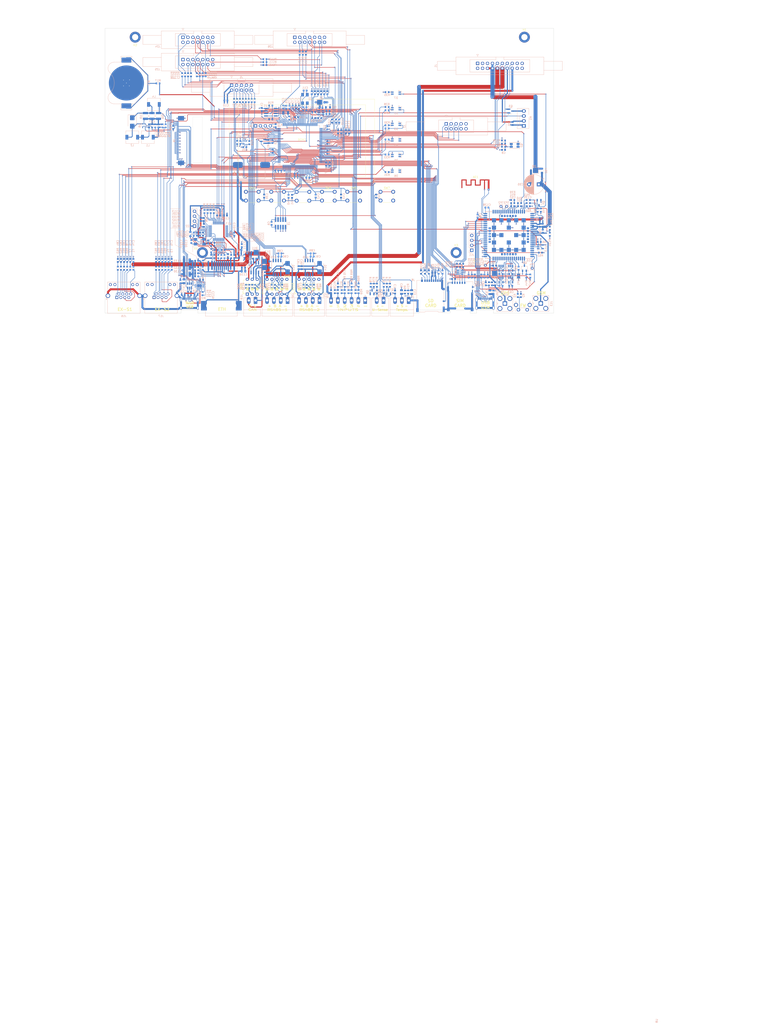
<source format=kicad_pcb>
(kicad_pcb
	(version 20240108)
	(generator "pcbnew")
	(generator_version "8.0")
	(general
		(thickness 1.6)
		(legacy_teardrops no)
	)
	(paper "A3")
	(layers
		(0 "F.Cu" signal)
		(1 "In1.Cu" signal)
		(2 "In2.Cu" signal)
		(31 "B.Cu" signal)
		(32 "B.Adhes" user "B.Adhesive")
		(33 "F.Adhes" user "F.Adhesive")
		(34 "B.Paste" user)
		(35 "F.Paste" user)
		(36 "B.SilkS" user "B.Silkscreen")
		(37 "F.SilkS" user "F.Silkscreen")
		(38 "B.Mask" user)
		(39 "F.Mask" user)
		(40 "Dwgs.User" user "User.Drawings")
		(41 "Cmts.User" user "User.Comments")
		(42 "Eco1.User" user "User.Eco1")
		(43 "Eco2.User" user "User.Eco2")
		(44 "Edge.Cuts" user)
		(45 "Margin" user)
		(46 "B.CrtYd" user "B.Courtyard")
		(47 "F.CrtYd" user "F.Courtyard")
		(48 "B.Fab" user)
		(49 "F.Fab" user)
		(50 "User.1" user "Gehäuse Ausschnitte")
		(51 "User.2" user)
		(52 "User.3" user)
		(53 "User.4" user)
		(54 "User.5" user)
		(55 "User.6" user)
		(56 "User.7" user)
		(57 "User.8" user)
		(58 "User.9" user)
	)
	(setup
		(stackup
			(layer "F.SilkS"
				(type "Top Silk Screen")
				(color "White")
			)
			(layer "F.Paste"
				(type "Top Solder Paste")
			)
			(layer "F.Mask"
				(type "Top Solder Mask")
				(color "Green")
				(thickness 0.01)
			)
			(layer "F.Cu"
				(type "copper")
				(thickness 0.035)
			)
			(layer "dielectric 1"
				(type "prepreg")
				(color "FR4 natural")
				(thickness 0.1)
				(material "FR4")
				(epsilon_r 4.5)
				(loss_tangent 0.02)
			)
			(layer "In1.Cu"
				(type "copper")
				(thickness 0.035)
			)
			(layer "dielectric 2"
				(type "core")
				(color "FR4 natural")
				(thickness 1.24)
				(material "FR4")
				(epsilon_r 4.5)
				(loss_tangent 0.02)
			)
			(layer "In2.Cu"
				(type "copper")
				(thickness 0.035)
			)
			(layer "dielectric 3"
				(type "prepreg")
				(color "FR4 natural")
				(thickness 0.1)
				(material "FR4")
				(epsilon_r 4.5)
				(loss_tangent 0.02)
			)
			(layer "B.Cu"
				(type "copper")
				(thickness 0.035)
			)
			(layer "B.Mask"
				(type "Bottom Solder Mask")
				(color "Green")
				(thickness 0.01)
			)
			(layer "B.Paste"
				(type "Bottom Solder Paste")
			)
			(layer "B.SilkS"
				(type "Bottom Silk Screen")
				(color "White")
			)
			(copper_finish "None")
			(dielectric_constraints no)
		)
		(pad_to_mask_clearance 0)
		(allow_soldermask_bridges_in_footprints no)
		(aux_axis_origin 50 225)
		(pcbplotparams
			(layerselection 0x00010fc_ffffffff)
			(plot_on_all_layers_selection 0x0000000_00000000)
			(disableapertmacros no)
			(usegerberextensions no)
			(usegerberattributes yes)
			(usegerberadvancedattributes yes)
			(creategerberjobfile yes)
			(dashed_line_dash_ratio 12.000000)
			(dashed_line_gap_ratio 3.000000)
			(svgprecision 4)
			(plotframeref no)
			(viasonmask no)
			(mode 1)
			(useauxorigin no)
			(hpglpennumber 1)
			(hpglpenspeed 20)
			(hpglpendiameter 15.000000)
			(pdf_front_fp_property_popups yes)
			(pdf_back_fp_property_popups yes)
			(dxfpolygonmode yes)
			(dxfimperialunits yes)
			(dxfusepcbnewfont yes)
			(psnegative no)
			(psa4output no)
			(plotreference yes)
			(plotvalue yes)
			(plotfptext yes)
			(plotinvisibletext no)
			(sketchpadsonfab no)
			(subtractmaskfromsilk no)
			(outputformat 1)
			(mirror no)
			(drillshape 1)
			(scaleselection 1)
			(outputdirectory "")
		)
	)
	(net 0 "")
	(net 1 "Net-(BT1-+)")
	(net 2 "GND")
	(net 3 "Net-(BZ1--)")
	(net 4 "+4V")
	(net 5 "/Controller/NRST")
	(net 6 "VDD")
	(net 7 "/Controller/ADC3_INP0_SENSOR_LIGHT")
	(net 8 "/ethernet/1V2D")
	(net 9 "/ethernet/1V2A")
	(net 10 "+10V")
	(net 11 "+1V8")
	(net 12 "/Controller/Vref+")
	(net 13 "/GSM/VDD_AUX")
	(net 14 "/AnalogIN Sheet/EXT_SHUNT1+")
	(net 15 "/AnalogIN Sheet/EXT_SHUNT1-")
	(net 16 "/AnalogIN Sheet/SENSOR1_ID2")
	(net 17 "/AnalogIN Sheet/SENSOR1_ID1")
	(net 18 "/AnalogIN Sheet/EXT_SHUNT2+")
	(net 19 "/AnalogIN Sheet/EXT_SHUNT2-")
	(net 20 "/AnalogIN Sheet/SENSOR2_ID2")
	(net 21 "/AnalogIN Sheet/SENSOR2_ID1")
	(net 22 "/AnalogIN Sheet/EXT_IN4")
	(net 23 "/AnalogIN Sheet/EXT_IN3")
	(net 24 "/AnalogIN Sheet/EXT_IN2")
	(net 25 "/AnalogIN Sheet/EXT_IN1")
	(net 26 "+15V")
	(net 27 "/Controller/BTN_OK")
	(net 28 "/Controller/BTN_RIGHT")
	(net 29 "/Controller/BTN_LEFT")
	(net 30 "/Controller/BTN_DOWN")
	(net 31 "/Controller/BTN_UP")
	(net 32 "GND1")
	(net 33 "/Kommunikation/+5V_1")
	(net 34 "/Kommunikation/+5V_2")
	(net 35 "GND2")
	(net 36 "/Controller/ADC2_INP4_I_OUT+")
	(net 37 "/Controller/ADC2_INN4_I_OUT-")
	(net 38 "/Controller/GPIO_INPUT_CURRENT_PROTECTION")
	(net 39 "/Controller/OUTPUT_CONTROL")
	(net 40 "/powerboardConnection/U_SETPOINT")
	(net 41 "/Controller/TIM1_CH1_PWM1_H")
	(net 42 "+5V")
	(net 43 "/Controller/1WIRE_TEMP")
	(net 44 "/Controller/ADC2_INP3_I_OUT_MPP1+")
	(net 45 "/Controller/ADC2_INN3_I_OUT_MPP1-")
	(net 46 "/Controller/ADC3_INP10_U_OUT_MPP1")
	(net 47 "/Controller/ADC1_INP15_U_IN_MPP1")
	(net 48 "/Controller/ADC1_INP16_I_OUT_MPP2+")
	(net 49 "/Controller/ADC1_INP14_U_IN_MPP2")
	(net 50 "/Controller/ADC1_INN16_I_OUT_MPP2-")
	(net 51 "/AnalogIN Sheet/UBatt+")
	(net 52 "/AnalogIN Sheet/Ubatt-")
	(net 53 "/Controller/TIM1_CH1N_PWM1_L")
	(net 54 "/Controller/TIM15_CH1N_PWM2_L")
	(net 55 "/Controller/TIM15_CH1_PWM2_H")
	(net 56 "/GSM/MIC_N_")
	(net 57 "/GSM/MIC_P_")
	(net 58 "/Display/GSM_NETLIGHT")
	(net 59 "Net-(F1-Pad1)")
	(net 60 "Net-(F2-Pad2)")
	(net 61 "Net-(F3-Pad1)")
	(net 62 "Net-(F4-Pad2)")
	(net 63 "Net-(AE1-A)")
	(net 64 "/Controller/~{5V0_POWER_EN}")
	(net 65 "/Controller/~{10V_POWER_EN}")
	(net 66 "/Controller/~{4V0_POWER_EN}")
	(net 67 "/Controller/~{15V_POWER_EN}")
	(net 68 "/Kommunikation/T1")
	(net 69 "/Kommunikation/T2")
	(net 70 "/Controller/SD_D2")
	(net 71 "/Controller/SD_CMD")
	(net 72 "/Controller/SD_CD")
	(net 73 "/Controller/SD_CK")
	(net 74 "/Controller/SD_D0")
	(net 75 "/Controller/SD_D1")
	(net 76 "/Controller/SD_D3")
	(net 77 "/Controller/UART5_TX_EXP")
	(net 78 "/Controller/SPI2_SCK")
	(net 79 "/Controller/UART5_RX_EXP")
	(net 80 "/Controller/SPI2_NSS_EXP")
	(net 81 "/Controller/I2C1_SCL")
	(net 82 "/Controller/SPI2_MOSI")
	(net 83 "/Controller/I2C1_SDA")
	(net 84 "/Controller/SPI2_MISO")
	(net 85 "Net-(J26-Pin_3)")
	(net 86 "/Controller/DISPLAY_MOSI")
	(net 87 "/Controller/DISPLAY_RST")
	(net 88 "/Controller/DISPLAY_NSS")
	(net 89 "/Controller/DISPLAY_SCK")
	(net 90 "Net-(JP1-B)")
	(net 91 "/Controller/buzzer")
	(net 92 "Net-(Q3-G)")
	(net 93 "Net-(M1-PWM)")
	(net 94 "/Controller/~{ETH_POWER_EN}")
	(net 95 "/AnalogIN Sheet/M_SWITCH")
	(net 96 "/Controller/boot0")
	(net 97 "/ethernet/LED_Y")
	(net 98 "/ethernet/LED_GN")
	(net 99 "/Controller/LED_TX1")
	(net 100 "/Controller/LED_TX2")
	(net 101 "/Controller/LED_RX1")
	(net 102 "/Controller/LED_RX2")
	(net 103 "/Controller/LED_CHARGE")
	(net 104 "/Controller/LEDE_ERROR")
	(net 105 "/Controller/LED_OUTPUT")
	(net 106 "Net-(Q5-B)")
	(net 107 "/Controller/GSM_PWR")
	(net 108 "/GSM/GNSS_PWR_CTL")
	(net 109 "/GSM/GNSS_TXD")
	(net 110 "/GSM/GNSS_RXD")
	(net 111 "/Kommunikation/T1_")
	(net 112 "/Kommunikation/BIAS_A1")
	(net 113 "/Kommunikation/BIAS_B1")
	(net 114 "/Kommunikation/BIAS_A2")
	(net 115 "/Kommunikation/T2_")
	(net 116 "/Kommunikation/BIAS_B2")
	(net 117 "/Controller/DISPLAY_LIGHT")
	(net 118 "/Controller/SPI2_NSS_ETH")
	(net 119 "Net-(M1-Tacho)")
	(net 120 "/Controller/GPIO_OUT_CAN_MODE")
	(net 121 "/Controller/USART3_CTS_GSM")
	(net 122 "/Controller/USART2_DE_MODBUS_SLAVE")
	(net 123 "/Controller/GPIO_INPUT_STATUS_GSM")
	(net 124 "/Controller/TIM24_CH3_OUT3")
	(net 125 "/Controller/EXTI8_INT_ETH")
	(net 126 "/Controller/USART3_RTS_GSM")
	(net 127 "/Controller/GPIO_OUTPUT_RST_ETH")
	(net 128 "/Controller/USART2_RX_MODBUS_SLAVE")
	(net 129 "/Controller/TIM24_CH1_OUT1")
	(net 130 "/Controller/USART10_TX_MODBUS_MASTER")
	(net 131 "/Controller/USART10_DE_MODBUS_MASTER")
	(net 132 "/Controller/TIM24_CH4_OUT4")
	(net 133 "/Controller/swdio")
	(net 134 "/Controller/FD_CAN1_TX")
	(net 135 "/Controller/USART3_RX_GSM")
	(net 136 "/Controller/swclk")
	(net 137 "/Controller/FDCAN1_RX")
	(net 138 "/Controller/USART2_TX_MODBUS_SLAVE")
	(net 139 "/Controller/TIM24_CH2_OUT2")
	(net 140 "/Controller/USART10_RX_MODBUS_MASTER")
	(net 141 "/Controller/USART3_TX_GSM")
	(net 142 "/Controller/swo")
	(net 143 "/GSM/RXD")
	(net 144 "/GSM/CTS")
	(net 145 "unconnected-(U11-NC-Pad1)")
	(net 146 "/GSM/TXD")
	(net 147 "/GSM/RTS")
	(net 148 "unconnected-(U12-NC-Pad1)")
	(net 149 "unconnected-(H1-Pad1)")
	(net 150 "unconnected-(H2-Pad1)")
	(net 151 "Net-(J25-Pin_3)")
	(net 152 "Net-(J25-Pin_4)")
	(net 153 "Net-(Q5-C)")
	(net 154 "/Controller/DAC1_OUT")
	(net 155 "Net-(J4-Pin_2)")
	(net 156 "Net-(D3-BK)")
	(net 157 "Net-(D3-GK)")
	(net 158 "unconnected-(D3-RK-Pad1)")
	(net 159 "unconnected-(D6-RK-Pad1)")
	(net 160 "Net-(D6-GK)")
	(net 161 "unconnected-(D7-RK-Pad1)")
	(net 162 "Net-(J15-Pin_2)")
	(net 163 "Net-(Q4-B)")
	(net 164 "/GSM/vcc_sim")
	(net 165 "Net-(D15-A1)")
	(net 166 "Net-(D12-A1)")
	(net 167 "/Controller/ADC3_INP1_SENSOR_TEMP_HEATSINK")
	(net 168 "Net-(J22-Pin_3)")
	(net 169 "Net-(J22-Pin_4)")
	(net 170 "/Controller/ADC3_INP11_U_OUT_MPP2")
	(net 171 "Net-(U2-GNDF)")
	(net 172 "Net-(U3-PH0)")
	(net 173 "Net-(U3-PH1)")
	(net 174 "Net-(C14-Pad1)")
	(net 175 "Net-(C15-Pad1)")
	(net 176 "Net-(U3-VDDA)")
	(net 177 "Net-(U3-PC14)")
	(net 178 "Net-(U3-PC15)")
	(net 179 "Net-(U6-VIN)")
	(net 180 "Net-(D8-K)")
	(net 181 "Net-(U10-VBAT_1)")
	(net 182 "Net-(J14-In)")
	(net 183 "Net-(U10-GNSS_ANT)")
	(net 184 "Net-(D11-A1)")
	(net 185 "Net-(U14-Vref)")
	(net 186 "Net-(C93-Pad2)")
	(net 187 "Net-(C100-Pad1)")
	(net 188 "Net-(U17-XSCI)")
	(net 189 "Net-(C106-Pad1)")
	(net 190 "Net-(J22-Pin_1)")
	(net 191 "Net-(C112-Pad1)")
	(net 192 "Net-(C113-Pad1)")
	(net 193 "Net-(C116-Pad1)")
	(net 194 "Net-(D2-GK)")
	(net 195 "Net-(D2-BK)")
	(net 196 "unconnected-(D2-RK-Pad1)")
	(net 197 "unconnected-(D4-BK-Pad4)")
	(net 198 "Net-(D4-GK)")
	(net 199 "unconnected-(D4-RK-Pad1)")
	(net 200 "Net-(D5-RK)")
	(net 201 "unconnected-(D5-GK-Pad3)")
	(net 202 "unconnected-(D5-BK-Pad4)")
	(net 203 "unconnected-(D6-BK-Pad4)")
	(net 204 "unconnected-(D7-GK-Pad3)")
	(net 205 "Net-(D7-A)")
	(net 206 "Net-(D8-A)")
	(net 207 "unconnected-(H3-Pad1)")
	(net 208 "unconnected-(H4-Pad1)")
	(net 209 "unconnected-(J2-Pin_10-Pad10)")
	(net 210 "unconnected-(J2-Pin_2-Pad2)")
	(net 211 "unconnected-(J2-Pin_4-Pad4)")
	(net 212 "unconnected-(J2-Pin_6-Pad6)")
	(net 213 "unconnected-(J2-Pin_8-Pad8)")
	(net 214 "unconnected-(J2-Pin_9-Pad9)")
	(net 215 "unconnected-(J3-KEY-Pad7)")
	(net 216 "unconnected-(J3-NC{slash}TDI-Pad8)")
	(net 217 "Net-(J5-Pin_5)")
	(net 218 "Net-(J5-Pin_10)")
	(net 219 "Net-(J5-Pin_7)")
	(net 220 "Net-(J5-Pin_3)")
	(net 221 "Net-(J5-Pin_4)")
	(net 222 "Net-(J5-Pin_8)")
	(net 223 "Net-(J5-Pin_6)")
	(net 224 "Net-(J5-Pin_9)")
	(net 225 "Net-(J6-Pin_2)")
	(net 226 "Net-(J6-Pin_3)")
	(net 227 "unconnected-(J9-NC-Pad38)")
	(net 228 "unconnected-(J9-NC-Pad7)")
	(net 229 "unconnected-(J9-NC-Pad39)")
	(net 230 "unconnected-(J9-NC-Pad8)")
	(net 231 "unconnected-(J9-NC-Pad35)")
	(net 232 "unconnected-(J9-NC-Pad37)")
	(net 233 "Net-(J9-K1)")
	(net 234 "unconnected-(J9-NC-Pad36)")
	(net 235 "Net-(J10-RST)")
	(net 236 "unconnected-(J10-VPP-Pad6)")
	(net 237 "Net-(J10-I{slash}O)")
	(net 238 "Net-(J10-CLK)")
	(net 239 "Net-(J11-Pin_3)")
	(net 240 "Net-(J11-Pin_2)")
	(net 241 "Net-(J13-In)")
	(net 242 "Net-(J15-Pin_3)")
	(net 243 "Net-(J15-Pin_5)")
	(net 244 "Net-(J15-Pin_4)")
	(net 245 "Net-(J16-Pad5)")
	(net 246 "Net-(J16-Pad4)")
	(net 247 "unconnected-(J16-Pad10)")
	(net 248 "Net-(J16-Pad1)")
	(net 249 "unconnected-(J16-Pad9)")
	(net 250 "Net-(J16-Pad2)")
	(net 251 "unconnected-(J16-Pad12)")
	(net 252 "unconnected-(J16-Pad11)")
	(net 253 "Net-(J17-Pad2)")
	(net 254 "unconnected-(J17-Pad9)")
	(net 255 "unconnected-(J17-Pad10)")
	(net 256 "Net-(J17-Pad1)")
	(net 257 "unconnected-(J17-Pad12)")
	(net 258 "Net-(J17-Pad5)")
	(net 259 "unconnected-(J17-Pad11)")
	(net 260 "Net-(J17-Pad4)")
	(net 261 "Net-(J18-Pin_1)")
	(net 262 "Net-(J18-Pin_2)")
	(net 263 "Net-(J20-Pin_2)")
	(net 264 "Net-(J21-Pin_2)")
	(net 265 "Net-(J22-Pin_2)")
	(net 266 "Net-(J23-TD+)")
	(net 267 "Net-(J23-RD-)")
	(net 268 "Net-(J23-TD-)")
	(net 269 "Net-(J23-Pad11)")
	(net 270 "unconnected-(J23-NC-Pad9)")
	(net 271 "Net-(J23-Pad2)")
	(net 272 "Net-(J23-RD+)")
	(net 273 "Net-(J24-Pin_3)")
	(net 274 "Net-(J24-Pin_4)")
	(net 275 "Net-(J24-Pin_11)")
	(net 276 "Net-(J24-Pin_9)")
	(net 277 "Net-(J24-Pin_10)")
	(net 278 "unconnected-(J24-Pin_6-Pad6)")
	(net 279 "unconnected-(J25-Pin_6-Pad6)")
	(net 280 "Net-(J25-Pin_11)")
	(net 281 "Net-(J25-Pin_9)")
	(net 282 "Net-(J25-Pin_10)")
	(net 283 "Net-(J26-Pin_5)")
	(net 284 "unconnected-(J26-Pin_9-Pad9)")
	(net 285 "Net-(J26-Pin_4)")
	(net 286 "unconnected-(J26-Pin_6-Pad6)")
	(net 287 "Net-(J26-Pin_11)")
	(net 288 "Net-(L3-Pad1)")
	(net 289 "Net-(Q6-D)")
	(net 290 "Net-(Q7-D)")
	(net 291 "Net-(R2-Pad1)")
	(net 292 "Net-(U1-SDA)")
	(net 293 "Net-(U1-SCL)")
	(net 294 "Net-(U3-VBAT)")
	(net 295 "Net-(U6-EN)")
	(net 296 "Net-(R39-Pad2)")
	(net 297 "Net-(U10-USIM1_DATA)")
	(net 298 "Net-(U10-USIM1_CLK)")
	(net 299 "Net-(U10-USIM1_RST)")
	(net 300 "Net-(U10-NETLIGHT)")
	(net 301 "Net-(U10-USB_BOOT)")
	(net 302 "Net-(U10-MK_IN_3)")
	(net 303 "Net-(U10-UART3_RXD)")
	(net 304 "Net-(U10-UART3_TXD)")
	(net 305 "Net-(R72-Pad2)")
	(net 306 "Net-(R73-Pad2)")
	(net 307 "Net-(U17-XSCO)")
	(net 308 "Net-(U17-RSET_BG)")
	(net 309 "Net-(R90-Pad1)")
	(net 310 "Net-(U17-MOD)")
	(net 311 "Net-(U17-MOD1)")
	(net 312 "Net-(U17-MOD2)")
	(net 313 "Net-(U17-MOD3)")
	(net 314 "Net-(U17-TXOP)")
	(net 315 "Net-(U17-TXON)")
	(net 316 "Net-(U17-RXIP)")
	(net 317 "Net-(U17-RXIN)")
	(net 318 "Net-(U10-RESET)")
	(net 319 "Net-(U10-EAR_P)")
	(net 320 "Net-(U10-EAR_N)")
	(net 321 "Net-(U10-1PPS)")
	(net 322 "unconnected-(U7-IO4-Pad6)")
	(net 323 "unconnected-(U8-NC-Pad1)")
	(net 324 "unconnected-(U9-NC-Pad1)")
	(net 325 "unconnected-(U10-CAM_PWDN-Pad119)")
	(net 326 "unconnected-(U10-MK_IN_6{slash}I2C3_SCL-Pad36)")
	(net 327 "unconnected-(U10-USIM1_DET-Pad34)")
	(net 328 "unconnected-(U10-ADC-Pad25)")
	(net 329 "unconnected-(U10-MK_OUT_2-Pad44)")
	(net 330 "unconnected-(U10-MK_IN_2-Pad47)")
	(net 331 "unconnected-(U10-I2C_SDA-Pad37)")
	(net 332 "unconnected-(U10-SPI_CLK-Pad11)")
	(net 333 "unconnected-(U10-LCD_RST-Pad106)")
	(net 334 "Net-(U10-STATUS)")
	(net 335 "unconnected-(U10-USIM2_DATA-Pad108)")
	(net 336 "unconnected-(U10-MK_OUT_5-Pad67)")
	(net 337 "unconnected-(U10-RI-Pad4)")
	(net 338 "unconnected-(U10-I2C_SCL-Pad38)")
	(net 339 "unconnected-(U10-CAM_SPI_D1-Pad123)")
	(net 340 "unconnected-(U10-LCD_SPI_CS-Pad105)")
	(net 341 "unconnected-(U10-GPIO2-Pad26)")
	(net 342 "unconnected-(U10-MK_IN_5-Pad68)")
	(net 343 "unconnected-(U10-DTR-Pad3)")
	(net 344 "unconnected-(U10-NC_3-Pad115)")
	(net 345 "unconnected-(U10-SPI_MISO-Pad14)")
	(net 346 "unconnected-(U10-CAM_SPI_CLK-Pad124)")
	(net 347 "unconnected-(U10-LCD_SPI_CLK-Pad102)")
	(net 348 "unconnected-(U10-CAM_I2C_SCL-Pad118)")
	(net 349 "unconnected-(U10-CAM_RST-Pad120)")
	(net 350 "unconnected-(U10-NC_2-Pad114)")
	(net 351 "unconnected-(U10-CAM_SPI_D0-Pad122)")
	(net 352 "unconnected-(U10-USIM2_DET-Pad112)")
	(net 353 "unconnected-(U10-LCD_SPI_TXD-Pad103)")
	(net 354 "unconnected-(U10-LCD_SPI_RXD-Pad104)")
	(net 355 "unconnected-(U10-USIM2_CLK-Pad109)")
	(net 356 "unconnected-(U10-USIM2_RST-Pad111)")
	(net 357 "unconnected-(U10-MK_OUT_3-Pad21)")
	(net 358 "unconnected-(U10-SPI_CS-Pad12)")
	(net 359 "unconnected-(U10-SPI_MOSI-Pad13)")
	(net 360 "unconnected-(U10-GPIO1-Pad19)")
	(net 361 "unconnected-(U10-NC_1-Pad113)")
	(net 362 "unconnected-(U10-GPIO4-Pad53)")
	(net 363 "unconnected-(U10-CAM_MCLK-Pad121)")
	(net 364 "unconnected-(U10-USIM2_VDD-Pad110)")
	(net 365 "unconnected-(U10-LCD_BL_PWM-Pad101)")
	(net 366 "unconnected-(U10-GPIO3-Pad48)")
	(net 367 "unconnected-(U10-DCD-Pad5)")
	(net 368 "unconnected-(U10-CAM_I2C_SDA-Pad117)")
	(net 369 "unconnected-(U10-MK_OUT_6{slash}I2C3_SDA-Pad35)")
	(net 370 "unconnected-(U10-LCD_DCX-Pad107)")
	(net 371 "unconnected-(U13-NC-Pad1)")
	(net 372 "unconnected-(U17-RDN-Pad34)")
	(net 373 "unconnected-(U17-DAT7-Pad44)")
	(net 374 "unconnected-(U17-DAT4-Pad41)")
	(net 375 "unconnected-(U17-DAT0-Pad37)")
	(net 376 "unconnected-(U17-DAT2-Pad39)")
	(net 377 "unconnected-(U17-DAT3-Pad40)")
	(net 378 "unconnected-(U17-DAT6-Pad43)")
	(net 379 "unconnected-(U17-WRN-Pad35)")
	(net 380 "unconnected-(U17-DAT1-Pad38)")
	(net 381 "unconnected-(U17-DAT5-Pad42)")
	(net 382 "shield")
	(net 383 "Net-(C129-Pad1)")
	(net 384 "/GSM/vbat_adc")
	(net 385 "Net-(J7-D+-PadA6)")
	(net 386 "Net-(J7-D--PadA7)")
	(net 387 "unconnected-(J7-SBU2-PadB8)")
	(net 388 "unconnected-(J7-SBU1-PadA8)")
	(net 389 "Net-(U18-REF_RTN)")
	(net 390 "Net-(U18-REF)")
	(net 391 "Net-(R131-Pad1)")
	(net 392 "Net-(R130-Pad2)")
	(net 393 "/Controller/USB_PWR_EN")
	(net 394 "/Controller/USB_UFP")
	(net 395 "/Controller/USB_PWR_FAIL")
	(net 396 "unconnected-(U18-AUDIO-Pad17)")
	(net 397 "/Controller/USB_DM")
	(net 398 "unconnected-(U18-POL-Pad18)")
	(net 399 "/Controller/USB_DP")
	(net 400 "unconnected-(U18-DEBUG-Pad16)")
	(net 401 "Net-(J7-CC2)")
	(net 402 "Net-(J7-CC1)")
	(net 403 "unconnected-(U4-IO4-Pad6)")
	(net 404 "unconnected-(U4-IO3-Pad4)")
	(net 405 "Net-(C12-Pad2)")
	(net 406 "Net-(C25-Pad1)")
	(net 407 "unconnected-(U18-LD_DET-Pad20)")
	(net 408 "unconnected-(J27-SBU1-PadA8)")
	(net 409 "Net-(J27-CC1)")
	(net 410 "unconnected-(J27-SBU2-PadB8)")
	(net 411 "Net-(J27-CC2)")
	(net 412 "Net-(J27-SHIELD)")
	(net 413 "Net-(U10-USB_DP)")
	(net 414 "Net-(U10-USB_DM)")
	(net 415 "Net-(U10-VBUS)")
	(net 416 "Net-(R127-Pad2)")
	(net 417 "Net-(R126-Pad2)")
	(net 418 "Net-(R127-Pad1)")
	(net 419 "Net-(J9-A)")
	(net 420 "Net-(C136-Pad1)")
	(net 421 "Net-(C137-Pad1)")
	(footprint "Button_Switch_THT:SW_PUSH_6mm_H9.5mm" (layer "F.Cu") (at 191.25 143.8))
	(footprint "Button_Switch_THT:SW_PUSH_6mm_H9.5mm" (layer "F.Cu") (at 148.25 143.85))
	(footprint "myDisplay:ER-TFT030-1" (layer "F.Cu") (at 150.9875 117.6))
	(footprint "Button_Switch_THT:SW_PUSH_6mm_H9.5mm" (layer "F.Cu") (at 174.25 143.8))
	(footprint "MountingHole:MountingHole_3.2mm_M3_DIN965_Pad" (layer "F.Cu") (at 265 64.5))
	(footprint "Button_Switch_THT:SW_PUSH_6mm_H9.5mm" (layer "F.Cu") (at 161.25 143.8))
	(footprint "Button_Switch_THT:SW_DIP_SPSTx05_Slide_6.7x14.26mm_W7.62mm_P2.54mm_LowProfile" (layer "F.Cu") (at 149.5 196.3 90))
	(footprint "MountingHole:MountingHole_3.2mm_M3_DIN965_Pad" (layer "F.Cu") (at 230 175))
	(footprint "myEnclosure:greenControllerV2" (layer "F.Cu") (at 239.3 179.2))
	(footprint "Button_Switch_THT:SW_DIP_SPSTx05_Slide_6.7x14.26mm_W7.62mm_P2.54mm_LowProfile" (layer "F.Cu") (at 133.1 196.3 90))
	(footprint "MountingHole:MountingHole_3.2mm_M3_DIN965_Pad" (layer "F.Cu") (at 100 175))
	(footprint "Button_Switch_THT:SW_DIP_SPSTx03_Slide_6.7x9.18mm_W7.62mm_P2.54mm_LowProfile" (layer "F.Cu") (at 122.975 196.3 90))
	(footprint "MountingHole:MountingHole_3.2mm_M3_DIN965_Pad" (layer "F.Cu") (at 65.5 64.5))
	(footprint "Button_Switch_THT:SW_PUSH_6mm_H9.5mm" (layer "F.Cu") (at 122.25 143.8))
	(footprint "Button_Switch_THT:SW_PUSH_6mm_H9.5mm"
		(layer "F.Cu")
		(uuid "c2eb07a8-04b2-4840-91b9-c97c08248494")
		(at 135.25 143.8)
		(descr "tactile push button, 6x6mm e.g. PHAP33xx series, height=9.5mm")
		(tags "tact sw push 6mm")
		(property "Reference" "SW2"
			(at 3.25 -2 0)
			(layer "F.SilkS")
			(hide yes)
			(uuid "47a5cd3e-cd12-4f70-98fa-e096799553d5")
			(effects
				(font
					(size 1 1)
					(thickness 0.15)
				)
			)
		)
		(property "Value" "SW_Omron_B3FS"
			(at 3.75 6.7 0)
			(layer "F.Fab")
			(uuid "40cecf62-595b-4793-97ed-4bbef03095b7")
			(effects
				(font
					(size 1 1)
					(thickness 0.15)
				)
			)
		)
		(property "Footprint" "Button_Switch_THT:SW_PUSH_6mm_H9.5mm"
			(at 0 0 0)
			(unlocked yes)
			(layer "F.Fab")
			(hide yes)
			(uuid "f2ba70e3-d6dc-4569-ba7f-066444b6cecb")
			(effects
				(font
					(size 1.27 1.27)
					(thickness 0.15)
				)
			)
		)
		(property "Datasheet" "https://omronfs.omron.com/en_US/ecb/products/pdf/en-b3fs.pdf"
			(at 0 0 0)
			(unlocked yes)
			(layer "F.Fab")
			(hide yes)
			(uuid "09956168-2740-47c0-aad3-4a22f9a8cd6d")
			(effects
				(font
					(size 1.27 1.27)
					(thickness 0.15)
				)
			)
		)
		(property "Description" "Omron B3FS 6x6mm single pole normally-open tactile switch"
			(at 0 0 0)
			(unlocked yes)
			(layer "F.Fab")
			(hide yes)
			(uuid "9fc933c4-1b50-45f6-9292-3b3f09b415c9")
			(effects
				(font
					(size 1.27 1.27)
					(thickness 0.15)
				)
			)
		)
		(property "Voltage" ""
			(at 0 0 0)
			(unlocked yes)
			(layer "F.Fab")
			(hide yes)
			(uuid "6c9f1c2d-b555-4b80-9d51-1618602b2cdf")
			(effects
				(font
					(size 1 1)
					(thickness 0.15)
				)
			)
		)
		(property "Toleranz" ""
			(at 0 0 0)
			(unlocked yes)
			(layer "F.Fab")
			(hide yes)
			(uuid "02bc28ba-3fa8-4b88-99a8-b6b05e610056")
			(effects
				(font
					(size 1 1)
					(thickness 0.15)
				)
			)
		)
		(property "HAN" "PHAP3305D"
			(at 0 0 0)
			(unlocked yes)
			(layer "F.Fab")
			(hide yes)
			(uuid "7d9fd223-ef21-435d-94da-9e06cbd6cbc1")
			(effects
				(font
					(size 1 1)
					(thickness 0.15)
				)
			)
		)
		(property "ECS Art#" "EM018"
			(at 0 0 0)
			(unlocked yes)
			(layer "F.Fab")
			(hide yes)
			(uuid "7de08aa9-6f6d-4a5d-9e7a-20a920b13510")
			(effects
				(font
					(size 1 1)
					(thickness 0.15)
				)
			)
		)
		(property "MF" "APEM"
			(at 0 0 0)
			(unlocked yes)
			(layer "F.Fab")
			(hide yes)
			(uuid "18b5b371-55f3-40b9-8ced-935572fe44fc")
			(effects
				(font
					(size 1 1)
					(thickness 0.15)
				)
			)
		)
		(property ki_fp_filters "SW*Omron*B3FS*")
		(path "/b732b7a3-1c85-44f7-87d5-278ac3753575/221fc737-1c4b-4fdc-92a3-8a47eab961a1")
		(sheetname "Display")
		(sheetfile "display.kicad_sch")
		(attr through_hole)
		(fp_line
			(start -0.25 1.5)
			(end -0.25 3)
			(stroke
				(width 0.12)
				(type solid)
			)
			(layer "F.SilkS")
			(uuid "744efd74-8a21-4af2-848d-4035d12029f4")
		)
		(fp_line
			(start 1 5.5)
			(end 5.5 5.5)
			(stroke
				(width 0.12)
				(type solid)
			)
			(layer "F.SilkS")
			(uuid "050b3bfc-06b0-4f1f-bbad-332b2ab6a58b")
		)
		(fp_line
			(start 5.5 -1)
			(end 1 -1)
			(stroke
				(width 0.12)
				(type solid)
			)
			(layer "F.SilkS")
			(uuid "f59723e3-3d27-4eb3-89d8-fc5a2bb65f6d")
		)
		(fp_line
			(start 6.75 3)
			(end 6.75 1.5)
			(stroke
				(width 0.12)
				(type solid)
			)
			(layer "F.SilkS")
			(uuid "36d8ccda-516f-4b16-ae14-2872c0546d04")
		)
		(fp_line
			(start -1.5 -1.5)
			(end -1.25 -1.5)
			(stroke
				(width 0.05)
				(type solid)
			)
			(layer "F.CrtYd")
			(uuid "9d4a7497-81bd-4ee7-b760-514a501a3788")
		)
		(fp_line
			(start -1.5 -1.25)
			(end -1.5 -1.5)
			(stroke
				(width 0.05)
				(type solid)
			)
			(layer "F.CrtYd")
			(uuid "36e8673a-55a8-418f-b041-ddb6e27ccca6")
		)
		(fp_line
			(start -1.5 5.75)
			(end -1.5 -1.25)
			(stroke
				(width 0.05)
				(type solid)
			)
			(layer "F.CrtYd")
			(uuid "b4b85040-e941-42df-9479-3cf7251919b9")
		)
		(fp_line
			(start -1.5 5.75)
			(end -1.5 6)
			(stroke
				(width 0.05)
				(type solid)
			)
			(layer "F.CrtYd")
			(uuid "496d2a17-ed4f-4b39-aa7c-10eaffa62b10")
		)
		(fp_line
			(start -1.5 6)
			(end -1.25 6)
			(stroke
				(width 0.05)
				(type solid)
			)
			(layer "F.CrtYd")
			(uuid "e361fae8-a256-424f-8b15-4092f76bb4f6")
		)
		(fp_line
			(start -1.25 -1.5)
			(end 7.75 -1.5)
			(stroke
				(width 0.05)
				(type solid)
			)
			(layer "F.CrtYd")
			(uuid "7545c67c-1668-4161-9ab8-ac11e545865b")
		)
		(fp_line
			(start 7.75 -1.5)
			(end 8 -1.5)
			(stroke
				(width 0.05)
				(type solid)
			)
			(layer "F.CrtYd")
			(uuid "7d356530-fc05-40e4-8083-7eb29d614b44")
		)
		(fp_line
			(start 7.75 6)
			(end -1.25 6)
			(stroke
				(width 0.05)
				(type solid)
			)
			(layer "F.CrtYd")
			(uuid "6e0d9e52-2886-4431-9083-fdd5cafb6765")
		)
		(fp_line
			(start 7.75 6)
			(end 8 6)
			(stroke
				(width 0.05)
				(type solid)
			)

... [5207071 chars truncated]
</source>
